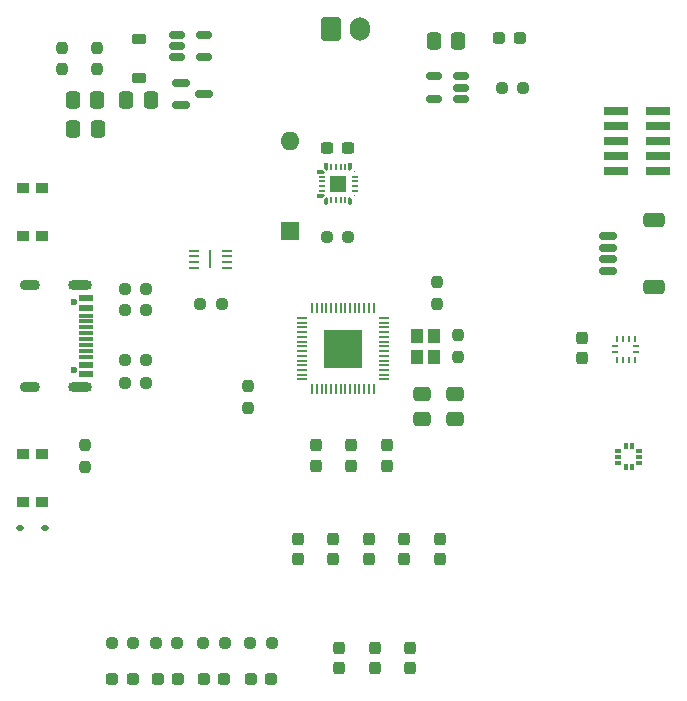
<source format=gbr>
%TF.GenerationSoftware,KiCad,Pcbnew,8.0.3*%
%TF.CreationDate,2024-09-03T15:58:32-04:00*%
%TF.ProjectId,AeroCore,4165726f-436f-4726-952e-6b696361645f,rev?*%
%TF.SameCoordinates,Original*%
%TF.FileFunction,Soldermask,Top*%
%TF.FilePolarity,Negative*%
%FSLAX46Y46*%
G04 Gerber Fmt 4.6, Leading zero omitted, Abs format (unit mm)*
G04 Created by KiCad (PCBNEW 8.0.3) date 2024-09-03 15:58:32*
%MOMM*%
%LPD*%
G01*
G04 APERTURE LIST*
G04 Aperture macros list*
%AMRoundRect*
0 Rectangle with rounded corners*
0 $1 Rounding radius*
0 $2 $3 $4 $5 $6 $7 $8 $9 X,Y pos of 4 corners*
0 Add a 4 corners polygon primitive as box body*
4,1,4,$2,$3,$4,$5,$6,$7,$8,$9,$2,$3,0*
0 Add four circle primitives for the rounded corners*
1,1,$1+$1,$2,$3*
1,1,$1+$1,$4,$5*
1,1,$1+$1,$6,$7*
1,1,$1+$1,$8,$9*
0 Add four rect primitives between the rounded corners*
20,1,$1+$1,$2,$3,$4,$5,0*
20,1,$1+$1,$4,$5,$6,$7,0*
20,1,$1+$1,$6,$7,$8,$9,0*
20,1,$1+$1,$8,$9,$2,$3,0*%
%AMFreePoly0*
4,1,14,0.135355,0.295355,0.150000,0.260000,0.150000,-0.250000,0.135355,-0.285355,0.100000,-0.300000,0.000000,-0.300000,-0.035355,-0.285355,-0.135355,-0.185355,-0.150000,-0.150000,-0.150000,0.260000,-0.135355,0.295355,-0.100000,0.310000,0.100000,0.310000,0.135355,0.295355,0.135355,0.295355,$1*%
%AMFreePoly1*
4,1,14,0.135355,0.295355,0.150000,0.260000,0.150000,-0.150000,0.135355,-0.185355,0.035355,-0.285355,0.000000,-0.300000,-0.100000,-0.300000,-0.135355,-0.285355,-0.150000,-0.250000,-0.150000,0.260000,-0.135355,0.295355,-0.100000,0.310000,0.100000,0.310000,0.135355,0.295355,0.135355,0.295355,$1*%
%AMFreePoly2*
4,1,14,0.295355,0.135355,0.310000,0.100000,0.310000,-0.100000,0.295355,-0.135355,0.260000,-0.150000,-0.250000,-0.150000,-0.285355,-0.135355,-0.300000,-0.100000,-0.300000,0.000000,-0.285355,0.035355,-0.185355,0.135355,-0.150000,0.150000,0.260000,0.150000,0.295355,0.135355,0.295355,0.135355,$1*%
%AMFreePoly3*
4,1,14,0.295355,0.135355,0.310000,0.100000,0.310000,-0.100000,0.295355,-0.135355,0.260000,-0.150000,-0.150000,-0.150000,-0.185355,-0.135355,-0.285355,-0.035355,-0.300000,0.000000,-0.300000,0.100000,-0.285355,0.135355,-0.250000,0.150000,0.260000,0.150000,0.295355,0.135355,0.295355,0.135355,$1*%
%AMFreePoly4*
4,1,14,0.285355,0.135355,0.300000,0.100000,0.300000,0.000000,0.285355,-0.035355,0.185355,-0.135355,0.150000,-0.150000,-0.250000,-0.150000,-0.285355,-0.135355,-0.300000,-0.100000,-0.300000,0.100000,-0.285355,0.135355,-0.250000,0.150000,0.250000,0.150000,0.285355,0.135355,0.285355,0.135355,$1*%
%AMFreePoly5*
4,1,14,0.185355,0.135355,0.285355,0.035355,0.300000,0.000000,0.300000,-0.100000,0.285355,-0.135355,0.250000,-0.150000,-0.250000,-0.150000,-0.285355,-0.135355,-0.300000,-0.100000,-0.300000,0.100000,-0.285355,0.135355,-0.250000,0.150000,0.150000,0.150000,0.185355,0.135355,0.185355,0.135355,$1*%
G04 Aperture macros list end*
%ADD10RoundRect,0.237500X-0.250000X-0.237500X0.250000X-0.237500X0.250000X0.237500X-0.250000X0.237500X0*%
%ADD11RoundRect,0.237500X-0.287500X-0.237500X0.287500X-0.237500X0.287500X0.237500X-0.287500X0.237500X0*%
%ADD12RoundRect,0.237500X0.237500X-0.300000X0.237500X0.300000X-0.237500X0.300000X-0.237500X-0.300000X0*%
%ADD13RoundRect,0.237500X-0.237500X0.300000X-0.237500X-0.300000X0.237500X-0.300000X0.237500X0.300000X0*%
%ADD14RoundRect,0.250000X0.650000X-0.350000X0.650000X0.350000X-0.650000X0.350000X-0.650000X-0.350000X0*%
%ADD15RoundRect,0.150000X0.625000X-0.150000X0.625000X0.150000X-0.625000X0.150000X-0.625000X-0.150000X0*%
%ADD16RoundRect,0.237500X-0.300000X-0.237500X0.300000X-0.237500X0.300000X0.237500X-0.300000X0.237500X0*%
%ADD17RoundRect,0.237500X0.287500X0.237500X-0.287500X0.237500X-0.287500X-0.237500X0.287500X-0.237500X0*%
%ADD18RoundRect,0.150000X0.512500X0.150000X-0.512500X0.150000X-0.512500X-0.150000X0.512500X-0.150000X0*%
%ADD19R,1.600000X1.600000*%
%ADD20O,1.600000X1.600000*%
%ADD21RoundRect,0.237500X0.250000X0.237500X-0.250000X0.237500X-0.250000X-0.237500X0.250000X-0.237500X0*%
%ADD22RoundRect,0.237500X-0.237500X0.250000X-0.237500X-0.250000X0.237500X-0.250000X0.237500X0.250000X0*%
%ADD23RoundRect,0.250000X-0.337500X-0.475000X0.337500X-0.475000X0.337500X0.475000X-0.337500X0.475000X0*%
%ADD24RoundRect,0.250000X0.475000X-0.337500X0.475000X0.337500X-0.475000X0.337500X-0.475000X-0.337500X0*%
%ADD25R,2.100000X0.750000*%
%ADD26R,1.000000X1.150000*%
%ADD27RoundRect,0.112500X-0.187500X-0.112500X0.187500X-0.112500X0.187500X0.112500X-0.187500X0.112500X0*%
%ADD28RoundRect,0.250000X0.337500X0.475000X-0.337500X0.475000X-0.337500X-0.475000X0.337500X-0.475000X0*%
%ADD29RoundRect,0.150000X-0.587500X-0.150000X0.587500X-0.150000X0.587500X0.150000X-0.587500X0.150000X0*%
%ADD30RoundRect,0.225000X-0.375000X0.225000X-0.375000X-0.225000X0.375000X-0.225000X0.375000X0.225000X0*%
%ADD31RoundRect,0.237500X0.237500X-0.250000X0.237500X0.250000X-0.237500X0.250000X-0.237500X-0.250000X0*%
%ADD32RoundRect,0.250000X-0.600000X-0.750000X0.600000X-0.750000X0.600000X0.750000X-0.600000X0.750000X0*%
%ADD33O,1.700000X2.000000*%
%ADD34R,0.300000X0.500000*%
%ADD35R,0.500000X0.300000*%
%ADD36R,1.000000X0.900000*%
%ADD37C,0.600000*%
%ADD38R,1.160000X0.600000*%
%ADD39R,1.160000X0.300000*%
%ADD40O,2.000000X0.900000*%
%ADD41O,1.700000X0.900000*%
%ADD42R,0.500000X0.280000*%
%ADD43R,0.280000X0.500000*%
%ADD44R,1.400000X1.400000*%
%ADD45FreePoly0,90.000000*%
%ADD46R,0.610000X0.200000*%
%ADD47FreePoly1,90.000000*%
%ADD48FreePoly2,90.000000*%
%ADD49R,0.200000X0.610000*%
%ADD50FreePoly3,90.000000*%
%ADD51R,0.010000X0.010000*%
%ADD52FreePoly4,90.000000*%
%ADD53FreePoly5,90.000000*%
%ADD54RoundRect,0.050000X-0.387500X-0.050000X0.387500X-0.050000X0.387500X0.050000X-0.387500X0.050000X0*%
%ADD55RoundRect,0.050000X-0.050000X-0.387500X0.050000X-0.387500X0.050000X0.387500X-0.050000X0.387500X0*%
%ADD56R,3.200000X3.200000*%
%ADD57RoundRect,0.062500X-0.387500X-0.062500X0.387500X-0.062500X0.387500X0.062500X-0.387500X0.062500X0*%
%ADD58R,0.200000X1.600000*%
%ADD59RoundRect,0.150000X-0.512500X-0.150000X0.512500X-0.150000X0.512500X0.150000X-0.512500X0.150000X0*%
G04 APERTURE END LIST*
D10*
%TO.C,R17*%
X41962500Y-185000000D03*
X43787500Y-185000000D03*
%TD*%
%TO.C,R16*%
X37962500Y-185000000D03*
X39787500Y-185000000D03*
%TD*%
D11*
%TO.C,D8*%
X42000000Y-188000000D03*
X43750000Y-188000000D03*
%TD*%
%TO.C,D7*%
X38000000Y-188000000D03*
X39750000Y-188000000D03*
%TD*%
D12*
%TO.C,C13*%
X46000000Y-177862500D03*
X46000000Y-176137500D03*
%TD*%
D13*
%TO.C,C7*%
X47500000Y-169975000D03*
X47500000Y-168250000D03*
%TD*%
%TO.C,C10*%
X55500000Y-185400000D03*
X55500000Y-187125000D03*
%TD*%
D14*
%TO.C,J4*%
X76125000Y-149200000D03*
X76125000Y-154800000D03*
D15*
X72250000Y-150500000D03*
X72250000Y-151500000D03*
X72250000Y-152500000D03*
X72250000Y-153500000D03*
%TD*%
D12*
%TO.C,C14*%
X49000000Y-177862500D03*
X49000000Y-176137500D03*
%TD*%
%TO.C,C15*%
X52000000Y-177862500D03*
X52000000Y-176137500D03*
%TD*%
D16*
%TO.C,C22*%
X48487500Y-143100000D03*
X50212500Y-143100000D03*
%TD*%
D11*
%TO.C,D3*%
X34125000Y-188000000D03*
X35875000Y-188000000D03*
%TD*%
D12*
%TO.C,C17*%
X58000000Y-177862500D03*
X58000000Y-176137500D03*
%TD*%
%TO.C,C16*%
X55000000Y-177862500D03*
X55000000Y-176137500D03*
%TD*%
D17*
%TO.C,D5*%
X64750000Y-133750000D03*
X63000000Y-133750000D03*
%TD*%
D12*
%TO.C,C21*%
X70000000Y-159137500D03*
X70000000Y-160862500D03*
%TD*%
D18*
%TO.C,U3*%
X59775000Y-138900000D03*
X59775000Y-137950000D03*
X59775000Y-137000000D03*
X57500000Y-137000000D03*
X57500000Y-138900000D03*
%TD*%
D13*
%TO.C,C11*%
X52500000Y-185387500D03*
X52500000Y-187112500D03*
%TD*%
D19*
%TO.C,D6*%
X45350000Y-150100000D03*
D20*
X45350000Y-142480000D03*
%TD*%
D13*
%TO.C,C9*%
X50500000Y-168250000D03*
X50500000Y-169975000D03*
%TD*%
D21*
%TO.C,R3*%
X33162500Y-163000000D03*
X31337500Y-163000000D03*
%TD*%
D22*
%TO.C,R12*%
X57750000Y-154425000D03*
X57750000Y-156250000D03*
%TD*%
%TO.C,R9*%
X28000000Y-168250000D03*
X28000000Y-170075000D03*
%TD*%
D23*
%TO.C,C1*%
X29006250Y-139000000D03*
X26931250Y-139000000D03*
%TD*%
D24*
%TO.C,C5*%
X56500000Y-166000000D03*
X56500000Y-163925000D03*
%TD*%
D25*
%TO.C,J2*%
X76500000Y-139940000D03*
X72900000Y-139940000D03*
X76500000Y-141210000D03*
X72900000Y-141210000D03*
X76500000Y-142480000D03*
X72900000Y-142480000D03*
X76500000Y-143750000D03*
X72900000Y-143750000D03*
X76500000Y-145020000D03*
X72900000Y-145020000D03*
%TD*%
D23*
%TO.C,C2*%
X29043750Y-141500000D03*
X26968750Y-141500000D03*
%TD*%
D26*
%TO.C,Y2*%
X57500000Y-160750000D03*
X57500000Y-159000000D03*
X56100000Y-159000000D03*
X56100000Y-160750000D03*
%TD*%
D13*
%TO.C,C8*%
X53500000Y-168250000D03*
X53500000Y-169975000D03*
%TD*%
D27*
%TO.C,D2*%
X24550000Y-175250000D03*
X22450000Y-175250000D03*
%TD*%
D10*
%TO.C,R15*%
X48437500Y-150600000D03*
X50262500Y-150600000D03*
%TD*%
%TO.C,R4*%
X31337500Y-155000000D03*
X33162500Y-155000000D03*
%TD*%
D28*
%TO.C,C4*%
X59575000Y-134000000D03*
X57500000Y-134000000D03*
%TD*%
D10*
%TO.C,R1*%
X31337500Y-156750000D03*
X33162500Y-156750000D03*
%TD*%
D22*
%TO.C,R6*%
X29006250Y-134587500D03*
X29006250Y-136412500D03*
%TD*%
D24*
%TO.C,C6*%
X59250000Y-166000000D03*
X59250000Y-163925000D03*
%TD*%
D22*
%TO.C,R5*%
X26006250Y-136412500D03*
X26006250Y-134587500D03*
%TD*%
D10*
%TO.C,R11*%
X63250000Y-138000000D03*
X65075000Y-138000000D03*
%TD*%
D13*
%TO.C,C12*%
X49500000Y-185387500D03*
X49500000Y-187112500D03*
%TD*%
D28*
%TO.C,C3*%
X31462500Y-139000000D03*
X33537500Y-139000000D03*
%TD*%
D10*
%TO.C,R2*%
X31337500Y-161000000D03*
X33162500Y-161000000D03*
%TD*%
D29*
%TO.C,Q1*%
X36125000Y-137550000D03*
X36125000Y-139450000D03*
X38000000Y-138500000D03*
%TD*%
D30*
%TO.C,D1*%
X32506250Y-137150000D03*
X32506250Y-133850000D03*
%TD*%
D11*
%TO.C,D4*%
X30250000Y-188000000D03*
X32000000Y-188000000D03*
%TD*%
D10*
%TO.C,R10*%
X35787500Y-185000000D03*
X33962500Y-185000000D03*
%TD*%
%TO.C,R14*%
X37737500Y-156250000D03*
X39562500Y-156250000D03*
%TD*%
%TO.C,R8*%
X32037500Y-185000000D03*
X30212500Y-185000000D03*
%TD*%
D22*
%TO.C,R13*%
X59500000Y-158925000D03*
X59500000Y-160750000D03*
%TD*%
D31*
%TO.C,R7*%
X41750000Y-163250000D03*
X41750000Y-165075000D03*
%TD*%
D32*
%TO.C,J3*%
X48750000Y-132967500D03*
D33*
X51250000Y-132967500D03*
%TD*%
D34*
%TO.C,U5*%
X74250000Y-168330000D03*
X73750000Y-168330000D03*
D35*
X73130000Y-168700000D03*
X73130000Y-169200000D03*
X73130000Y-169700000D03*
D34*
X73750000Y-170070000D03*
X74250000Y-170070000D03*
D35*
X74870000Y-169700000D03*
X74870000Y-169200000D03*
X74870000Y-168700000D03*
%TD*%
D36*
%TO.C,RST1*%
X22700000Y-150550000D03*
X22700000Y-146450000D03*
X24300000Y-150550000D03*
X24300000Y-146450000D03*
%TD*%
D37*
%TO.C,J1*%
X27020000Y-156110000D03*
X27020000Y-161890000D03*
D38*
X28080000Y-155800000D03*
X28080000Y-156600000D03*
D39*
X28080000Y-157750000D03*
X28080000Y-158750000D03*
X28080000Y-159250000D03*
X28080000Y-160250000D03*
D38*
X28080000Y-161400000D03*
X28080000Y-162200000D03*
X28080000Y-162200000D03*
X28080000Y-161400000D03*
D39*
X28080000Y-160750000D03*
X28080000Y-159750000D03*
X28080000Y-158250000D03*
X28080000Y-157250000D03*
D38*
X28080000Y-156600000D03*
X28080000Y-155800000D03*
D40*
X27500000Y-154680000D03*
D41*
X23330000Y-154680000D03*
D40*
X27500000Y-163320000D03*
D41*
X23330000Y-163320000D03*
%TD*%
D42*
%TO.C,U6*%
X74630000Y-159870000D03*
X74630000Y-160370000D03*
D43*
X74500000Y-161000000D03*
X74000000Y-161000000D03*
X73500000Y-161000000D03*
X73000000Y-161000000D03*
D42*
X72870000Y-160370000D03*
X72870000Y-159870000D03*
D43*
X73000000Y-159240000D03*
X73500000Y-159240000D03*
X74000000Y-159240000D03*
X74500000Y-159240000D03*
%TD*%
D44*
%TO.C,U7*%
X49400000Y-146100000D03*
D45*
X47950000Y-147100000D03*
D46*
X48000000Y-146700000D03*
X48000000Y-146300000D03*
X48000000Y-145900000D03*
X48000000Y-145500000D03*
D47*
X47950000Y-145100000D03*
D48*
X48400000Y-144650000D03*
D49*
X48800000Y-144700000D03*
X49200000Y-144700000D03*
X49600000Y-144700000D03*
X50000000Y-144700000D03*
D50*
X50400000Y-144650000D03*
D51*
X50850000Y-145100000D03*
D46*
X50800000Y-145500000D03*
X50800000Y-145900000D03*
X50800000Y-146300000D03*
X50800000Y-146700000D03*
D51*
X50850000Y-147100000D03*
D52*
X50400000Y-147550000D03*
D49*
X50000000Y-147500000D03*
X49600000Y-147500000D03*
X49200000Y-147500000D03*
X48800000Y-147500000D03*
D53*
X48400000Y-147550000D03*
%TD*%
D54*
%TO.C,U1*%
X46362500Y-157462500D03*
X46362500Y-157862500D03*
X46362500Y-158262500D03*
X46362500Y-158662500D03*
X46362500Y-159062500D03*
X46362500Y-159462500D03*
X46362500Y-159862500D03*
X46362500Y-160262500D03*
X46362500Y-160662500D03*
X46362500Y-161062500D03*
X46362500Y-161462500D03*
X46362500Y-161862500D03*
X46362500Y-162262500D03*
X46362500Y-162662500D03*
D55*
X47200000Y-163500000D03*
X47600000Y-163500000D03*
X48000000Y-163500000D03*
X48400000Y-163500000D03*
X48800000Y-163500000D03*
X49200000Y-163500000D03*
X49600000Y-163500000D03*
X50000000Y-163500000D03*
X50400000Y-163500000D03*
X50800000Y-163500000D03*
X51200000Y-163500000D03*
X51600000Y-163500000D03*
X52000000Y-163500000D03*
X52400000Y-163500000D03*
D54*
X53237500Y-162662500D03*
X53237500Y-162262500D03*
X53237500Y-161862500D03*
X53237500Y-161462500D03*
X53237500Y-161062500D03*
X53237500Y-160662500D03*
X53237500Y-160262500D03*
X53237500Y-159862500D03*
X53237500Y-159462500D03*
X53237500Y-159062500D03*
X53237500Y-158662500D03*
X53237500Y-158262500D03*
X53237500Y-157862500D03*
X53237500Y-157462500D03*
D55*
X52400000Y-156625000D03*
X52000000Y-156625000D03*
X51600000Y-156625000D03*
X51200000Y-156625000D03*
X50800000Y-156625000D03*
X50400000Y-156625000D03*
X50000000Y-156625000D03*
X49600000Y-156625000D03*
X49200000Y-156625000D03*
X48800000Y-156625000D03*
X48400000Y-156625000D03*
X48000000Y-156625000D03*
X47600000Y-156625000D03*
X47200000Y-156625000D03*
D56*
X49800000Y-160062500D03*
%TD*%
D36*
%TO.C,BOOT1*%
X22700000Y-173050000D03*
X22700000Y-168950000D03*
X24300000Y-173050000D03*
X24300000Y-168950000D03*
%TD*%
D57*
%TO.C,U4*%
X37150000Y-151750000D03*
X37150000Y-152250000D03*
X37150000Y-152750000D03*
X37150000Y-153250000D03*
X40000000Y-153250000D03*
X40000000Y-152750000D03*
X40000000Y-152250000D03*
X40000000Y-151750000D03*
D58*
X38575000Y-152500000D03*
%TD*%
D59*
%TO.C,U2*%
X38000000Y-133500000D03*
X38000000Y-135400000D03*
X35725000Y-135400000D03*
X35725000Y-134450000D03*
X35725000Y-133500000D03*
%TD*%
M02*

</source>
